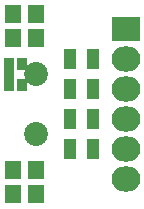
<source format=gts>
G04 #@! TF.FileFunction,Soldermask,Top*
%FSLAX46Y46*%
G04 Gerber Fmt 4.6, Leading zero omitted, Abs format (unit mm)*
G04 Created by KiCad (PCBNEW 4.0.4-stable) date 10/18/16 01:23:18*
%MOMM*%
%LPD*%
G01*
G04 APERTURE LIST*
%ADD10C,0.100000*%
%ADD11R,1.400000X1.650000*%
%ADD12R,2.432000X2.127200*%
%ADD13O,2.432000X2.127200*%
%ADD14R,1.100000X1.700000*%
%ADD15R,0.922000X1.000000*%
%ADD16C,2.024000*%
G04 APERTURE END LIST*
D10*
D11*
X130572000Y-92456000D03*
X132572000Y-92456000D03*
X130572000Y-107696000D03*
X132572000Y-107696000D03*
X130572000Y-94488000D03*
X132572000Y-94488000D03*
X130572000Y-105664000D03*
X132572000Y-105664000D03*
D12*
X140208000Y-93726000D03*
D13*
X140208000Y-96266000D03*
X140208000Y-98806000D03*
X140208000Y-101346000D03*
X140208000Y-103886000D03*
X140208000Y-106426000D03*
D14*
X137348000Y-101346000D03*
X135448000Y-101346000D03*
X137348000Y-103886000D03*
X135448000Y-103886000D03*
X137348000Y-96266000D03*
X135448000Y-96266000D03*
X137348000Y-98806000D03*
X135448000Y-98806000D03*
D15*
X131336000Y-96636000D03*
X130253000Y-96636000D03*
X131336000Y-98436000D03*
X130253000Y-98436000D03*
D16*
X132588000Y-97536000D03*
D15*
X130253000Y-97536000D03*
D16*
X132588000Y-102616000D03*
M02*

</source>
